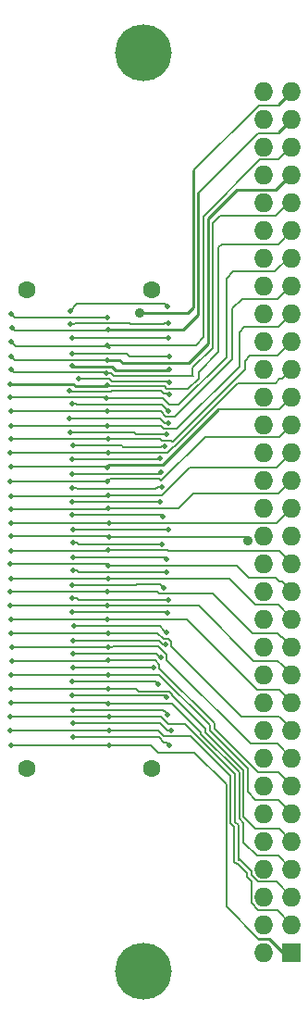
<source format=gbl>
G04 #@! TF.FileFunction,Copper,L2,Bot,Signal*
%FSLAX46Y46*%
G04 Gerber Fmt 4.6, Leading zero omitted, Abs format (unit mm)*
G04 Created by KiCad (PCBNEW 4.0.4-stable) date 11/09/16 23:44:31*
%MOMM*%
%LPD*%
G01*
G04 APERTURE LIST*
%ADD10C,0.150000*%
%ADD11C,5.200000*%
%ADD12R,1.727200X1.727200*%
%ADD13O,1.727200X1.727200*%
%ADD14C,1.600000*%
%ADD15C,0.500000*%
%ADD16C,0.889000*%
%ADD17C,0.200000*%
%ADD18C,0.254000*%
G04 APERTURE END LIST*
D10*
D11*
X15000000Y-8000000D03*
D12*
X28600000Y-90280000D03*
D13*
X26060000Y-90280000D03*
X28600000Y-87740000D03*
X26060000Y-87740000D03*
X28600000Y-85200000D03*
X26060000Y-85200000D03*
X28600000Y-82660000D03*
X26060000Y-82660000D03*
X28600000Y-80120000D03*
X26060000Y-80120000D03*
X28600000Y-77580000D03*
X26060000Y-77580000D03*
X28600000Y-75040000D03*
X26060000Y-75040000D03*
X28600000Y-72500000D03*
X26060000Y-72500000D03*
X28600000Y-69960000D03*
X26060000Y-69960000D03*
X28600000Y-67420000D03*
X26060000Y-67420000D03*
X28600000Y-64880000D03*
X26060000Y-64880000D03*
X28600000Y-62340000D03*
X26060000Y-62340000D03*
X28600000Y-59800000D03*
X26060000Y-59800000D03*
X28600000Y-57260000D03*
X26060000Y-57260000D03*
X28600000Y-54720000D03*
X26060000Y-54720000D03*
X28600000Y-52180000D03*
X26060000Y-52180000D03*
X28600000Y-49640000D03*
X26060000Y-49640000D03*
X28600000Y-47100000D03*
X26060000Y-47100000D03*
X28600000Y-44560000D03*
X26060000Y-44560000D03*
X28600000Y-42020000D03*
X26060000Y-42020000D03*
X28600000Y-39480000D03*
X26060000Y-39480000D03*
X28600000Y-36940000D03*
X26060000Y-36940000D03*
X28600000Y-34400000D03*
X26060000Y-34400000D03*
X28600000Y-31860000D03*
X26060000Y-31860000D03*
X28600000Y-29320000D03*
X26060000Y-29320000D03*
X28600000Y-26780000D03*
X26060000Y-26780000D03*
X28600000Y-24240000D03*
X26060000Y-24240000D03*
X28600000Y-21700000D03*
X26060000Y-21700000D03*
X28600000Y-19160000D03*
X26060000Y-19160000D03*
X28600000Y-16620000D03*
X26060000Y-16620000D03*
X28600000Y-14080000D03*
X26060000Y-14080000D03*
X28600000Y-11540000D03*
X26060000Y-11540000D03*
D14*
X4390000Y-29710000D03*
X4390000Y-73500000D03*
X15820000Y-29710000D03*
X15820000Y-73500000D03*
D11*
X15000000Y-92000000D03*
D15*
X2920000Y-71340000D03*
X11850000Y-71310000D03*
X16389647Y-65749990D03*
X8510000Y-65510000D03*
X2930000Y-64940000D03*
X11780000Y-64900000D03*
X15935901Y-64249990D03*
X8580000Y-64230000D03*
X2960000Y-63660000D03*
X11800000Y-63590000D03*
X16620874Y-63343129D03*
X8610000Y-63000000D03*
X3000000Y-62400000D03*
X11800000Y-62400000D03*
X17027216Y-62157636D03*
X8600000Y-61780000D03*
X2890000Y-61140000D03*
X11800000Y-61060000D03*
X17171930Y-61057624D03*
X8630000Y-60440000D03*
X2910000Y-59860000D03*
X11740000Y-59820000D03*
X17420000Y-71310000D03*
X8610000Y-70600000D03*
X17180000Y-59249990D03*
X8540000Y-59140000D03*
X2870000Y-58580000D03*
X11710000Y-58580000D03*
X17326636Y-58029990D03*
X8540000Y-57850000D03*
X2820000Y-57280000D03*
X11690000Y-57330000D03*
X16864258Y-56911752D03*
X8510000Y-56670000D03*
X2890000Y-56100000D03*
X11780000Y-56090000D03*
X17114850Y-55549990D03*
X8580000Y-55340000D03*
X2850000Y-54770000D03*
X11800000Y-54910000D03*
X17116324Y-54349990D03*
X8610000Y-54170000D03*
X2930000Y-53560000D03*
X11780000Y-53510000D03*
X2870000Y-70010000D03*
X11890000Y-69950000D03*
X16682319Y-52959990D03*
X8600000Y-52810000D03*
D16*
X24611296Y-52599091D03*
D15*
X2930000Y-52230000D03*
X11900000Y-52280000D03*
X17276123Y-51649990D03*
X8580000Y-51610000D03*
X11900000Y-51040000D03*
X2940000Y-51020000D03*
X16823657Y-50466389D03*
X8530000Y-50290000D03*
X2940000Y-49720000D03*
X11820000Y-49700000D03*
X16568629Y-49060010D03*
X8510000Y-49100000D03*
X2930000Y-48530000D03*
X11800000Y-48510000D03*
X16691084Y-47731084D03*
X8490000Y-47770000D03*
X2850000Y-47210000D03*
X11740000Y-47230000D03*
X17553643Y-69949990D03*
X8620000Y-69310000D03*
X16616084Y-46406084D03*
X8480000Y-46510000D03*
X2880000Y-45870000D03*
X11720000Y-45910000D03*
X16516080Y-45131092D03*
X8520000Y-45200000D03*
X11800000Y-44600000D03*
X2820000Y-44570000D03*
X16953319Y-44039915D03*
X8550000Y-43910000D03*
X2880000Y-43350000D03*
X11780000Y-43350000D03*
X17117873Y-42939903D03*
X8370000Y-42750000D03*
X2920000Y-42100000D03*
X11720000Y-42150000D03*
X17345966Y-41839891D03*
X8280000Y-41470000D03*
X2880000Y-40790000D03*
X11680000Y-40810000D03*
X2840000Y-68740000D03*
X11890000Y-68710000D03*
X17320000Y-40739880D03*
X8460000Y-40080000D03*
X11650000Y-39590000D03*
X2860000Y-39510000D03*
X8220000Y-38940000D03*
X17360000Y-39280000D03*
X2840000Y-38340000D03*
X11680000Y-38440000D03*
X9080000Y-37800000D03*
X17380000Y-38140000D03*
X11650000Y-37300000D03*
X2920000Y-36990000D03*
X8520000Y-36670000D03*
X17390000Y-36970000D03*
X2910000Y-35750000D03*
X11730000Y-36100000D03*
X17350000Y-35760000D03*
X8490000Y-35520000D03*
X2950000Y-34460000D03*
X11690000Y-34740000D03*
X17262459Y-68584627D03*
X8570000Y-68090000D03*
X8500000Y-34100000D03*
X17300000Y-34100000D03*
X2960000Y-33120000D03*
X11800000Y-33350000D03*
X17270000Y-32772990D03*
X8350000Y-32810000D03*
D16*
X14700000Y-31800000D03*
D15*
X2900000Y-31910000D03*
X11730000Y-32200000D03*
X17250000Y-31222990D03*
X8290000Y-31610000D03*
X2930000Y-67480000D03*
X11820000Y-67520000D03*
X17110000Y-66949990D03*
X8540000Y-66800000D03*
X2930000Y-66220000D03*
X11800000Y-66150000D03*
D17*
X22599959Y-74899959D02*
X19700000Y-72000000D01*
X25557910Y-89000000D02*
X22599959Y-86042049D01*
X22599959Y-86042049D02*
X22599959Y-74899959D01*
X19700000Y-72000000D02*
X17200000Y-72000000D01*
D18*
X26500000Y-89000000D02*
X25557910Y-89000000D01*
X27618000Y-90118000D02*
X26500000Y-89000000D01*
X27618000Y-90210000D02*
X27618000Y-90118000D01*
D17*
X17200000Y-72000000D02*
X17100000Y-72000000D01*
X15710000Y-71310000D02*
X16400000Y-72000000D01*
X16400000Y-72000000D02*
X17200000Y-72000000D01*
X11850000Y-71310000D02*
X15710000Y-71310000D01*
X28580000Y-90210000D02*
X27618000Y-90210000D01*
X11820000Y-71340000D02*
X2920000Y-71340000D01*
X11850000Y-71310000D02*
X11820000Y-71340000D01*
X16149657Y-65510000D02*
X16389647Y-65749990D01*
X8510000Y-65510000D02*
X16149657Y-65510000D01*
X16500000Y-64900000D02*
X12133553Y-64900000D01*
X27370000Y-76300000D02*
X25300000Y-76300000D01*
X24600044Y-73465744D02*
X21099991Y-69965691D01*
X24600044Y-75600044D02*
X24600044Y-73465744D01*
X28580000Y-77510000D02*
X27370000Y-76300000D01*
X25300000Y-76300000D02*
X24600044Y-75600044D01*
X21099991Y-69965691D02*
X21099991Y-69499991D01*
X12133553Y-64900000D02*
X11780000Y-64900000D01*
X21099991Y-69499991D02*
X16500000Y-64900000D01*
X11740000Y-64940000D02*
X2930000Y-64940000D01*
X11780000Y-64900000D02*
X11740000Y-64940000D01*
X8580000Y-64230000D02*
X15915911Y-64230000D01*
X15915911Y-64230000D02*
X15935901Y-64249990D01*
X28580000Y-74970000D02*
X27410000Y-73800000D01*
X27410000Y-73800000D02*
X25500000Y-73800000D01*
X25500000Y-73800000D02*
X21500011Y-69800011D01*
X21500011Y-69800011D02*
X21500011Y-69334311D01*
X16485902Y-63985989D02*
X16089913Y-63590000D01*
X21500011Y-69334311D02*
X16485902Y-64320202D01*
X16485902Y-64320202D02*
X16485902Y-63985989D01*
X16089913Y-63590000D02*
X11800000Y-63590000D01*
X11730000Y-63660000D02*
X2960000Y-63660000D01*
X11800000Y-63590000D02*
X11730000Y-63660000D01*
X16520046Y-63343129D02*
X16620874Y-63343129D01*
X16176917Y-63000000D02*
X16520046Y-63343129D01*
X8610000Y-63000000D02*
X16176917Y-63000000D01*
X24800000Y-71200000D02*
X17170875Y-63570875D01*
X28600000Y-72500000D02*
X27300000Y-71200000D01*
X27300000Y-71200000D02*
X24800000Y-71200000D01*
X12253553Y-62300000D02*
X16391747Y-62300000D01*
X16391747Y-62300000D02*
X16884875Y-62793128D01*
X11800000Y-62400000D02*
X12153553Y-62400000D01*
X12153553Y-62400000D02*
X12253553Y-62300000D01*
X17170875Y-63079128D02*
X16884875Y-62793128D01*
X17170875Y-63570875D02*
X17170875Y-63079128D01*
X11800000Y-62400000D02*
X3000000Y-62400000D01*
X16830478Y-62157636D02*
X17027216Y-62157636D01*
X14205996Y-61780000D02*
X14235998Y-61749998D01*
X16422840Y-61749998D02*
X16830478Y-62157636D01*
X14235998Y-61749998D02*
X16422840Y-61749998D01*
X8600000Y-61780000D02*
X14205996Y-61780000D01*
X24000000Y-68700000D02*
X17577218Y-62277218D01*
X27400000Y-68700000D02*
X24000000Y-68700000D01*
X27517999Y-68817999D02*
X27400000Y-68700000D01*
X27517999Y-68827999D02*
X27517999Y-68817999D01*
X16846176Y-61607634D02*
X16298542Y-61060000D01*
X16298542Y-61060000D02*
X12153553Y-61060000D01*
X17577218Y-62277218D02*
X17577218Y-61893634D01*
X17291218Y-61607634D02*
X16846176Y-61607634D01*
X17577218Y-61893634D02*
X17291218Y-61607634D01*
X28580000Y-69890000D02*
X27517999Y-68827999D01*
X12153553Y-61060000D02*
X11800000Y-61060000D01*
X11720000Y-61140000D02*
X2890000Y-61140000D01*
X11800000Y-61060000D02*
X11720000Y-61140000D01*
X16921931Y-60807625D02*
X17171930Y-61057624D01*
X16554306Y-60440000D02*
X16921931Y-60807625D01*
X8630000Y-60440000D02*
X16554306Y-60440000D01*
X19000000Y-59820000D02*
X11740000Y-59820000D01*
X28580000Y-67350000D02*
X27486399Y-66256399D01*
X27486399Y-66256399D02*
X25436399Y-66256399D01*
X25436399Y-66256399D02*
X19000000Y-59820000D01*
X11700000Y-59860000D02*
X2910000Y-59860000D01*
X11740000Y-59820000D02*
X11700000Y-59860000D01*
X16894301Y-71060001D02*
X17170001Y-71060001D01*
X16434300Y-70600000D02*
X16894301Y-71060001D01*
X8610000Y-70600000D02*
X16434300Y-70600000D01*
X17170001Y-71060001D02*
X17420000Y-71310000D01*
X17070010Y-59140000D02*
X17180000Y-59249990D01*
X8540000Y-59140000D02*
X17070010Y-59140000D01*
X20080000Y-58580000D02*
X25100000Y-63600000D01*
X28600000Y-64880000D02*
X27736401Y-64016401D01*
X27716401Y-64016401D02*
X27300000Y-63600000D01*
X27736401Y-64016401D02*
X27716401Y-64016401D01*
X27300000Y-63600000D02*
X25100000Y-63600000D01*
X11710000Y-58580000D02*
X20080000Y-58580000D01*
X11710000Y-58580000D02*
X2870000Y-58580000D01*
X8893553Y-57850000D02*
X9073543Y-58029990D01*
X16973083Y-58029990D02*
X17326636Y-58029990D01*
X8540000Y-57850000D02*
X8893553Y-57850000D01*
X9073543Y-58029990D02*
X16973083Y-58029990D01*
X25038238Y-61100000D02*
X21400000Y-57461762D01*
X27676401Y-61476401D02*
X27300000Y-61100000D01*
X27300000Y-61100000D02*
X25038238Y-61100000D01*
X28600000Y-62340000D02*
X27736401Y-61476401D01*
X27736401Y-61476401D02*
X27676401Y-61476401D01*
X21400000Y-57461762D02*
X16461762Y-57461762D01*
X16461762Y-57461762D02*
X16330000Y-57330000D01*
X16330000Y-57330000D02*
X11690000Y-57330000D01*
X11640000Y-57280000D02*
X2820000Y-57280000D01*
X11690000Y-57330000D02*
X11640000Y-57280000D01*
X14335998Y-56649998D02*
X16602504Y-56649998D01*
X16614259Y-56661753D02*
X16864258Y-56911752D01*
X14315996Y-56670000D02*
X14335998Y-56649998D01*
X8510000Y-56670000D02*
X14315996Y-56670000D01*
X16602504Y-56649998D02*
X16614259Y-56661753D01*
X22900000Y-56100000D02*
X12143553Y-56100000D01*
X12143553Y-56100000D02*
X12133553Y-56090000D01*
X12133553Y-56090000D02*
X11780000Y-56090000D01*
X28580000Y-59730000D02*
X27350000Y-58500000D01*
X27350000Y-58500000D02*
X25300000Y-58500000D01*
X25300000Y-58500000D02*
X22900000Y-56100000D01*
X11770000Y-56100000D02*
X2890000Y-56100000D01*
X11780000Y-56090000D02*
X11770000Y-56100000D01*
X16761297Y-55549990D02*
X17114850Y-55549990D01*
X16731307Y-55520000D02*
X16761297Y-55549990D01*
X8580000Y-55340000D02*
X8933553Y-55340000D01*
X9113553Y-55520000D02*
X16731307Y-55520000D01*
X8933553Y-55340000D02*
X9113553Y-55520000D01*
X27100000Y-56000000D02*
X24700000Y-56000000D01*
X24700000Y-56000000D02*
X23600000Y-54900000D01*
X27496401Y-56396401D02*
X27100000Y-56000000D01*
X28600000Y-57260000D02*
X27736401Y-56396401D01*
X27736401Y-56396401D02*
X27496401Y-56396401D01*
X11800000Y-54910000D02*
X12153553Y-54910000D01*
X12153553Y-54910000D02*
X12163553Y-54900000D01*
X12163553Y-54900000D02*
X23600000Y-54900000D01*
X11660000Y-54770000D02*
X2850000Y-54770000D01*
X11800000Y-54910000D02*
X11660000Y-54770000D01*
X16936334Y-54170000D02*
X17116324Y-54349990D01*
X8610000Y-54170000D02*
X16936334Y-54170000D01*
X27736401Y-53856401D02*
X27436399Y-53556399D01*
X27436399Y-53556399D02*
X17336399Y-53556399D01*
X17336399Y-53556399D02*
X17290000Y-53510000D01*
X17290000Y-53510000D02*
X11780000Y-53510000D01*
X28600000Y-54720000D02*
X27736401Y-53856401D01*
X27736401Y-53856401D02*
X27736401Y-53836401D01*
X12133553Y-53510000D02*
X11780000Y-53510000D01*
X11730000Y-53560000D02*
X2930000Y-53560000D01*
X11780000Y-53510000D02*
X11730000Y-53560000D01*
X16350000Y-69950000D02*
X12243553Y-69950000D01*
X19371502Y-70500000D02*
X16900000Y-70500000D01*
X28600000Y-87740000D02*
X27260000Y-86400000D01*
X24896399Y-83784227D02*
X24500011Y-83387839D01*
X22999970Y-74128468D02*
X19371502Y-70500000D01*
X23299990Y-78797088D02*
X22999970Y-78497069D01*
X22999970Y-78497069D02*
X22999970Y-74128468D01*
X23299990Y-81987451D02*
X23299990Y-78797088D01*
X23534311Y-82221772D02*
X23299990Y-81987451D01*
X24500011Y-83065709D02*
X23656074Y-82221772D01*
X23656074Y-82221772D02*
X23534311Y-82221772D01*
X24500011Y-83387839D02*
X24500011Y-83065709D01*
X27260000Y-86400000D02*
X25537870Y-86400000D01*
X24896399Y-85758529D02*
X24896399Y-83784227D01*
X25537870Y-86400000D02*
X24896399Y-85758529D01*
X12243553Y-69950000D02*
X11890000Y-69950000D01*
X16900000Y-70500000D02*
X16350000Y-69950000D01*
X11830000Y-70010000D02*
X2870000Y-70010000D01*
X11890000Y-69950000D02*
X11830000Y-70010000D01*
X16328766Y-52959990D02*
X16682319Y-52959990D01*
X9103543Y-52959990D02*
X16328766Y-52959990D01*
X8600000Y-52810000D02*
X8953553Y-52810000D01*
X8953553Y-52810000D02*
X9103543Y-52959990D01*
X24292205Y-52280000D02*
X24611296Y-52599091D01*
X11900000Y-52280000D02*
X24292205Y-52280000D01*
X11850000Y-52230000D02*
X2930000Y-52230000D01*
X11900000Y-52280000D02*
X11850000Y-52230000D01*
X17236133Y-51610000D02*
X17276123Y-51649990D01*
X8580000Y-51610000D02*
X17236133Y-51610000D01*
X28600000Y-49640000D02*
X27223601Y-51016399D01*
X27223601Y-51016399D02*
X16083601Y-51016399D01*
X16083601Y-51016399D02*
X16060000Y-51040000D01*
X16067999Y-51047999D02*
X16060000Y-51040000D01*
X16060000Y-51040000D02*
X11900000Y-51040000D01*
X11880000Y-51020000D02*
X2940000Y-51020000D01*
X11900000Y-51040000D02*
X11880000Y-51020000D01*
X16647268Y-50290000D02*
X16823657Y-50466389D01*
X8530000Y-50290000D02*
X16647268Y-50290000D01*
X28600000Y-47100000D02*
X27400000Y-48300000D01*
X19636399Y-48263601D02*
X18200000Y-49700000D01*
X27400000Y-48300000D02*
X19672798Y-48300000D01*
X18200000Y-49700000D02*
X16600000Y-49700000D01*
X19672798Y-48300000D02*
X19636399Y-48263601D01*
X16710630Y-49700000D02*
X16600000Y-49700000D01*
X16600000Y-49700000D02*
X11820000Y-49700000D01*
X11800000Y-49720000D02*
X2940000Y-49720000D01*
X11820000Y-49700000D02*
X11800000Y-49720000D01*
X16528639Y-49100000D02*
X16568629Y-49060010D01*
X8510000Y-49100000D02*
X16528639Y-49100000D01*
X28600000Y-44560000D02*
X27223601Y-45936399D01*
X27223601Y-45936399D02*
X19263601Y-45936399D01*
X19263601Y-45936399D02*
X16690000Y-48510000D01*
X16690000Y-48510000D02*
X11800000Y-48510000D01*
X11780000Y-48530000D02*
X2930000Y-48530000D01*
X11800000Y-48510000D02*
X11780000Y-48530000D01*
X16337531Y-47731084D02*
X16691084Y-47731084D01*
X16137531Y-47931084D02*
X16337531Y-47731084D01*
X9004637Y-47931084D02*
X16137531Y-47931084D01*
X8490000Y-47770000D02*
X8843553Y-47770000D01*
X8843553Y-47770000D02*
X9004637Y-47931084D01*
X20600000Y-43200000D02*
X16640000Y-47160000D01*
X28600000Y-42020000D02*
X27436399Y-43183601D01*
X27436399Y-43183601D02*
X20616399Y-43183601D01*
X20616399Y-43183601D02*
X20600000Y-43200000D01*
X16640000Y-47160000D02*
X16460001Y-46980001D01*
X16460001Y-46980001D02*
X11989999Y-46980001D01*
X11989999Y-46980001D02*
X11740000Y-47230000D01*
X11720000Y-47210000D02*
X2850000Y-47210000D01*
X11740000Y-47230000D02*
X11720000Y-47210000D01*
X16575700Y-69310000D02*
X17215690Y-69949990D01*
X8620000Y-69310000D02*
X16575700Y-69310000D01*
X17215690Y-69949990D02*
X17553643Y-69949990D01*
X16512168Y-46510000D02*
X16616084Y-46406084D01*
X8480000Y-46510000D02*
X16512168Y-46510000D01*
D18*
X21901134Y-40600000D02*
X16793041Y-45708093D01*
D17*
X28600000Y-39480000D02*
X27436399Y-40643601D01*
X27436399Y-40643601D02*
X21944735Y-40643601D01*
X21944735Y-40643601D02*
X21901134Y-40600000D01*
D18*
X16793041Y-45708093D02*
X11921907Y-45708093D01*
X11921907Y-45708093D02*
X11720000Y-45910000D01*
D17*
X11680000Y-45870000D02*
X2880000Y-45870000D01*
X11720000Y-45910000D02*
X11680000Y-45870000D01*
X8520000Y-45200000D02*
X16447172Y-45200000D01*
X16447172Y-45200000D02*
X16516080Y-45131092D01*
X23675698Y-38200000D02*
X17865690Y-44010008D01*
X27100000Y-38200000D02*
X23675698Y-38200000D01*
X27496401Y-37803599D02*
X27100000Y-38200000D01*
X28600000Y-36940000D02*
X27736401Y-37803599D01*
X27736401Y-37803599D02*
X27496401Y-37803599D01*
X16327082Y-44581082D02*
X16308164Y-44600000D01*
X16308164Y-44600000D02*
X11800000Y-44600000D01*
X11800000Y-44600000D02*
X2850000Y-44600000D01*
X2850000Y-44600000D02*
X2820000Y-44570000D01*
X17824292Y-44010008D02*
X17234300Y-44600000D01*
X17865690Y-44010008D02*
X17824292Y-44010008D01*
X16874004Y-44600000D02*
X16855086Y-44581082D01*
X17234300Y-44600000D02*
X16874004Y-44600000D01*
X16855086Y-44581082D02*
X16327082Y-44581082D01*
X8550000Y-43910000D02*
X13037901Y-43910000D01*
X16589691Y-44049990D02*
X16599766Y-44039915D01*
X13037901Y-43910000D02*
X13177891Y-44049990D01*
X13177891Y-44049990D02*
X16589691Y-44049990D01*
X16599766Y-44039915D02*
X16953319Y-44039915D01*
X28600000Y-34400000D02*
X27300000Y-35700000D01*
X27300000Y-35700000D02*
X24780000Y-35700000D01*
X24780000Y-35700000D02*
X24300000Y-36180000D01*
X24300000Y-36180000D02*
X24300000Y-37010000D01*
X24300000Y-37010000D02*
X17700000Y-43610000D01*
X16689317Y-43489913D02*
X16549404Y-43350000D01*
X16549404Y-43350000D02*
X11780000Y-43350000D01*
X16689317Y-43489913D02*
X16679242Y-43499988D01*
X17579913Y-43489913D02*
X16689317Y-43489913D01*
X17700000Y-43610000D02*
X17579913Y-43489913D01*
X28580000Y-34330000D02*
X28580000Y-34450000D01*
X17700000Y-43610000D02*
X17630000Y-43610000D01*
X11780000Y-43350000D02*
X2880000Y-43350000D01*
X16764320Y-42939903D02*
X17117873Y-42939903D01*
X14164004Y-42750000D02*
X14353907Y-42939903D01*
X8370000Y-42750000D02*
X14164004Y-42750000D01*
X14353907Y-42939903D02*
X16764320Y-42939903D01*
X27400000Y-33100000D02*
X24290000Y-33100000D01*
X24290000Y-33100000D02*
X23790000Y-33600000D01*
X27736401Y-32763599D02*
X27400000Y-33100000D01*
X28600000Y-31860000D02*
X27736401Y-32723599D01*
X27736401Y-32723599D02*
X27736401Y-32763599D01*
X23790000Y-36680000D02*
X18080099Y-42389901D01*
X12073553Y-42150000D02*
X11720000Y-42150000D01*
X16843981Y-42389901D02*
X16604080Y-42150000D01*
X23790000Y-33600000D02*
X23790000Y-36680000D01*
X16604080Y-42150000D02*
X12073553Y-42150000D01*
X18080099Y-42389901D02*
X16843981Y-42389901D01*
X11670000Y-42100000D02*
X2920000Y-42100000D01*
X11720000Y-42150000D02*
X11670000Y-42100000D01*
X16992413Y-41839891D02*
X17345966Y-41839891D01*
X16940635Y-41839891D02*
X16992413Y-41839891D01*
X8280000Y-41470000D02*
X16570744Y-41470000D01*
X16570744Y-41470000D02*
X16940635Y-41839891D01*
X27280000Y-30500000D02*
X24070000Y-30500000D01*
X24070000Y-30500000D02*
X23190000Y-31380000D01*
X27290000Y-30510000D02*
X27280000Y-30500000D01*
X27320000Y-30510000D02*
X27290000Y-30510000D01*
X12033553Y-40810000D02*
X11680000Y-40810000D01*
X23190000Y-36010000D02*
X17910110Y-41289890D01*
X28580000Y-29250000D02*
X27320000Y-30510000D01*
X17910110Y-41289890D02*
X17072472Y-41289890D01*
X16592582Y-40810000D02*
X12033553Y-40810000D01*
X17072472Y-41289890D02*
X16592582Y-40810000D01*
X23190000Y-31380000D02*
X23190000Y-36010000D01*
X11660000Y-40790000D02*
X2880000Y-40790000D01*
X11680000Y-40810000D02*
X11660000Y-40790000D01*
X28600000Y-85200000D02*
X27230710Y-83830710D01*
X25508580Y-83830710D02*
X24900022Y-83222150D01*
X27230710Y-83830710D02*
X25508580Y-83830710D01*
X24900022Y-82900022D02*
X23700000Y-81700000D01*
X24900022Y-83222150D02*
X24900022Y-82900022D01*
X12243553Y-68710000D02*
X11890000Y-68710000D01*
X16610000Y-68710000D02*
X12243553Y-68710000D01*
X17299989Y-69399989D02*
X16610000Y-68710000D01*
X18837189Y-69399989D02*
X17299989Y-69399989D01*
X23399980Y-73962780D02*
X18837189Y-69399989D01*
X23399980Y-78331380D02*
X23399980Y-73962780D01*
X23700000Y-78631400D02*
X23399980Y-78331380D01*
X23700000Y-81700000D02*
X23700000Y-78631400D01*
X23700000Y-81821762D02*
X23700000Y-81700000D01*
X11860000Y-68740000D02*
X2840000Y-68740000D01*
X11890000Y-68710000D02*
X11860000Y-68740000D01*
X16730120Y-40150000D02*
X17070001Y-40489881D01*
X8460000Y-40080000D02*
X8813553Y-40080000D01*
X8813553Y-40080000D02*
X8883553Y-40150000D01*
X8883553Y-40150000D02*
X16730120Y-40150000D01*
X17070001Y-40489881D02*
X17320000Y-40739880D01*
X17599878Y-40189878D02*
X17379878Y-40189878D01*
X12003553Y-39590000D02*
X11650000Y-39590000D01*
X17610000Y-40200000D02*
X17599878Y-40189878D01*
X17379878Y-40189878D02*
X16780000Y-39590000D01*
X16780000Y-39590000D02*
X12003553Y-39590000D01*
X28580000Y-26710000D02*
X28360000Y-26710000D01*
X18230000Y-40200000D02*
X17610000Y-40200000D01*
X17610000Y-40200000D02*
X17600000Y-40200000D01*
X22600000Y-35830000D02*
X18230000Y-40200000D01*
X22600000Y-28670000D02*
X22600000Y-35830000D01*
X23240000Y-28030000D02*
X22600000Y-28670000D01*
X27040000Y-28030000D02*
X23240000Y-28030000D01*
X28360000Y-26710000D02*
X27040000Y-28030000D01*
X17600000Y-40200000D02*
X17590000Y-40210000D01*
X17590000Y-40210000D02*
X17590000Y-40170000D01*
X17590000Y-40170000D02*
X17600000Y-40180000D01*
X17600000Y-40180000D02*
X17600000Y-40200000D01*
X11650000Y-39590000D02*
X11570000Y-39510000D01*
X11570000Y-39510000D02*
X2860000Y-39510000D01*
X8290000Y-39010000D02*
X8220000Y-38940000D01*
X12030000Y-39010000D02*
X8290000Y-39010000D01*
X12080000Y-38960000D02*
X12030000Y-39010000D01*
X16670000Y-38960000D02*
X12080000Y-38960000D01*
X16850000Y-39140000D02*
X16670000Y-38960000D01*
X17220000Y-39140000D02*
X16850000Y-39140000D01*
X17360000Y-39280000D02*
X17220000Y-39140000D01*
X11680000Y-38440000D02*
X11760000Y-38520000D01*
X11760000Y-38520000D02*
X16950000Y-38520000D01*
X16950000Y-38520000D02*
X17150000Y-38720000D01*
X17150000Y-38720000D02*
X19120000Y-38720000D01*
X19120000Y-38720000D02*
X20060000Y-37780000D01*
X20060000Y-37780000D02*
X20060000Y-37250000D01*
X20060000Y-37250000D02*
X21910000Y-35400000D01*
X21910000Y-35400000D02*
X21910000Y-25790000D01*
X21910000Y-25790000D02*
X22200000Y-25500000D01*
X22200000Y-25500000D02*
X27340000Y-25500000D01*
X27340000Y-25500000D02*
X28600000Y-24240000D01*
X28580000Y-24170000D02*
X28580000Y-24260000D01*
D18*
X2860000Y-38360000D02*
X2840000Y-38340000D01*
X8670000Y-38360000D02*
X2860000Y-38360000D01*
X8780000Y-38470000D02*
X8670000Y-38360000D01*
X11650000Y-38470000D02*
X8780000Y-38470000D01*
X11680000Y-38440000D02*
X11650000Y-38470000D01*
D17*
X9140000Y-37860000D02*
X9080000Y-37800000D01*
X11910000Y-37860000D02*
X9140000Y-37860000D01*
X12140000Y-38090000D02*
X11910000Y-37860000D01*
X17330000Y-38090000D02*
X12140000Y-38090000D01*
X17380000Y-38140000D02*
X17330000Y-38090000D01*
X11650000Y-37300000D02*
X12060000Y-37300000D01*
X19510000Y-37570000D02*
X19550000Y-37530000D01*
X12330000Y-37570000D02*
X19510000Y-37570000D01*
X12060000Y-37300000D02*
X12330000Y-37570000D01*
X28580000Y-21630000D02*
X28420000Y-21630000D01*
X28420000Y-21630000D02*
X27120000Y-22930000D01*
X27120000Y-22930000D02*
X22030000Y-22930000D01*
X22030000Y-22930000D02*
X21400000Y-23560000D01*
X21400000Y-23560000D02*
X21400000Y-34990000D01*
X21400000Y-34990000D02*
X19550000Y-36840000D01*
X19550000Y-36840000D02*
X19550000Y-37530000D01*
X19550000Y-37530000D02*
X19560000Y-37530000D01*
X11590000Y-37240000D02*
X11650000Y-37300000D01*
X3170000Y-37240000D02*
X11590000Y-37240000D01*
X2920000Y-36990000D02*
X3170000Y-37240000D01*
D18*
X8550000Y-36700000D02*
X8520000Y-36670000D01*
X12150000Y-36700000D02*
X8550000Y-36700000D01*
X12500000Y-37050000D02*
X12150000Y-36700000D01*
X17310000Y-37050000D02*
X12500000Y-37050000D01*
X17390000Y-36970000D02*
X17310000Y-37050000D01*
X27160601Y-20509399D02*
X23594485Y-20509399D01*
X13150000Y-36390000D02*
X12860000Y-36100000D01*
X19170000Y-36390000D02*
X13150000Y-36390000D01*
X23594485Y-20509399D02*
X20954033Y-23149851D01*
X12083553Y-36100000D02*
X11730000Y-36100000D01*
X20954033Y-34605967D02*
X19170000Y-36390000D01*
X28580000Y-19090000D02*
X27160601Y-20509399D01*
X20954033Y-23149851D02*
X20954033Y-34605967D01*
X12860000Y-36100000D02*
X12083553Y-36100000D01*
D17*
X2910000Y-35760000D02*
X2910000Y-35750000D01*
X3250000Y-36100000D02*
X2910000Y-35760000D01*
X11730000Y-36100000D02*
X3250000Y-36100000D01*
X13760000Y-35760000D02*
X13520000Y-35520000D01*
X13520000Y-35520000D02*
X8490000Y-35520000D01*
X17350000Y-35760000D02*
X13760000Y-35760000D01*
X27346399Y-17783601D02*
X25716399Y-17783601D01*
X25716399Y-17783601D02*
X20527022Y-22972978D01*
X12043553Y-34740000D02*
X11690000Y-34740000D01*
X20527022Y-34042562D02*
X19829584Y-34740000D01*
X20527022Y-22972978D02*
X20527022Y-34042562D01*
X28580000Y-16550000D02*
X27346399Y-17783601D01*
X19829584Y-34740000D02*
X12043553Y-34740000D01*
D18*
X28580000Y-16550000D02*
X28520000Y-16550000D01*
X11900000Y-34950000D02*
X11690000Y-34740000D01*
D17*
X3360000Y-34870000D02*
X2950000Y-34460000D01*
X11560000Y-34870000D02*
X3360000Y-34870000D01*
X11690000Y-34740000D02*
X11560000Y-34870000D01*
X16767832Y-68090000D02*
X17012460Y-68334628D01*
X8570000Y-68090000D02*
X16767832Y-68090000D01*
X17012460Y-68334628D02*
X17262459Y-68584627D01*
X17300000Y-34100000D02*
X8500000Y-34100000D01*
X20054011Y-20863899D02*
X25517910Y-15400000D01*
X25517910Y-15400000D02*
X27300000Y-15400000D01*
X27300000Y-15400000D02*
X27409399Y-15290601D01*
X27409399Y-15290601D02*
X27409399Y-15270601D01*
D18*
X12153553Y-33350000D02*
X11800000Y-33350000D01*
X20054011Y-31945989D02*
X18650000Y-33350000D01*
X28600000Y-14080000D02*
X27409399Y-15270601D01*
X18650000Y-33350000D02*
X12153553Y-33350000D01*
X20054011Y-20863899D02*
X20054011Y-31945989D01*
D17*
X3220000Y-33380000D02*
X2960000Y-33120000D01*
X11770000Y-33380000D02*
X3220000Y-33380000D01*
X11800000Y-33350000D02*
X11770000Y-33380000D01*
X8350000Y-32810000D02*
X8703553Y-32810000D01*
X8740563Y-32772990D02*
X13771126Y-32772990D01*
X13771126Y-32772990D02*
X13842638Y-32844502D01*
X13842638Y-32844502D02*
X16844935Y-32844502D01*
X16844935Y-32844502D02*
X16916447Y-32772990D01*
X16916447Y-32772990D02*
X17270000Y-32772990D01*
X8703553Y-32810000D02*
X8740563Y-32772990D01*
X27409399Y-12730601D02*
X27369399Y-12730601D01*
X27369399Y-12730601D02*
X27300000Y-12800000D01*
X27300000Y-12800000D02*
X25577910Y-12800000D01*
X25577910Y-12800000D02*
X19600000Y-18777910D01*
D18*
X19600000Y-31300000D02*
X19100000Y-31800000D01*
X19100000Y-31800000D02*
X14700000Y-31800000D01*
X19600000Y-18777910D02*
X19600000Y-31300000D01*
X28600000Y-11540000D02*
X27409399Y-12730601D01*
D17*
X3220000Y-32230000D02*
X2900000Y-31910000D01*
X11700000Y-32230000D02*
X3220000Y-32230000D01*
X11730000Y-32200000D02*
X11700000Y-32230000D01*
X8927009Y-30972991D02*
X17000001Y-30972991D01*
X8290000Y-31610000D02*
X8927009Y-30972991D01*
X17000001Y-30972991D02*
X17250000Y-31222990D01*
X12173553Y-67520000D02*
X11820000Y-67520000D01*
X20299969Y-70297069D02*
X20299969Y-70197069D01*
X25400000Y-81400000D02*
X24200000Y-80200000D01*
X23799991Y-73797091D02*
X20299969Y-70297069D01*
X27340000Y-81400000D02*
X25400000Y-81400000D01*
X17622900Y-67520000D02*
X12173553Y-67520000D01*
X20299969Y-70197069D02*
X17622900Y-67520000D01*
X24200000Y-78465700D02*
X23799991Y-78065691D01*
X28600000Y-82660000D02*
X27340000Y-81400000D01*
X23799991Y-78065691D02*
X23799991Y-73797091D01*
X24200000Y-80200000D02*
X24200000Y-78465700D01*
X11780000Y-67480000D02*
X2930000Y-67480000D01*
X11820000Y-67520000D02*
X11780000Y-67480000D01*
X8540000Y-66800000D02*
X16960010Y-66800000D01*
X16960010Y-66800000D02*
X17110000Y-66949990D01*
X24200033Y-73631433D02*
X20699980Y-70131380D01*
X14599988Y-66399988D02*
X14350000Y-66150000D01*
X12153553Y-66150000D02*
X11800000Y-66150000D01*
X17374002Y-66399988D02*
X14599988Y-66399988D01*
X14350000Y-66150000D02*
X12153553Y-66150000D01*
X17660002Y-66760002D02*
X17660002Y-66685988D01*
X20699980Y-69799980D02*
X17660002Y-66760002D01*
X20699980Y-70131380D02*
X20699980Y-69799980D01*
X24200033Y-77900033D02*
X24200033Y-73631433D01*
X25256399Y-78956399D02*
X24200033Y-77900033D01*
X27436399Y-78956399D02*
X25256399Y-78956399D01*
X28600000Y-80120000D02*
X27436399Y-78956399D01*
X17660002Y-66685988D02*
X17374002Y-66399988D01*
X11730000Y-66220000D02*
X2930000Y-66220000D01*
X11800000Y-66150000D02*
X11730000Y-66220000D01*
M02*

</source>
